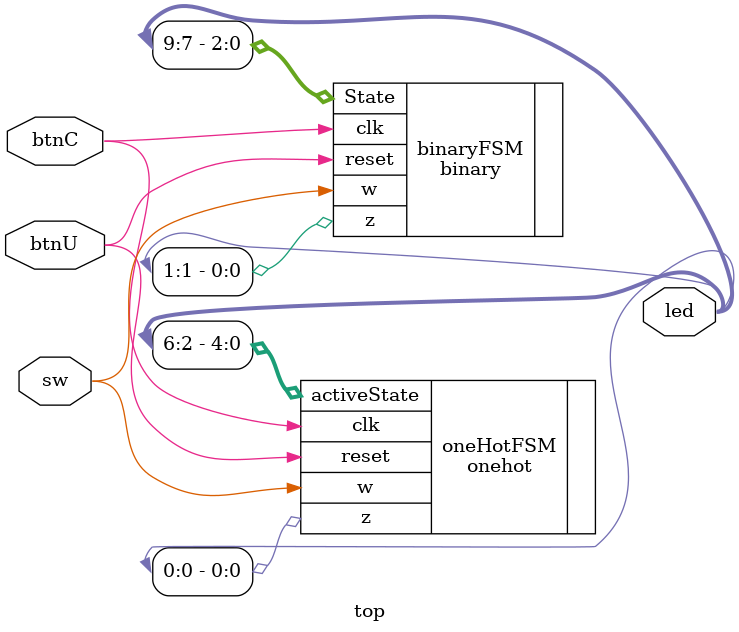
<source format=v>
module top(
    input sw, // control input(w) shared between both FSMs
    input btnC, // clock input
    input btnU, // Asynchronous reset input
    output [9:0] led // 10 bit output vector mapped to LEDs
);
   
    onehot oneHotFSM(
        .w(sw),
        .clk(btnC),
        .reset(btnU),
        .z(led[0]),
        .activeState(led[6:2]) // Active state bits from onehot FSM(5 bit one hot state)
    );
   
    binary binaryFSM(
        .w(sw),
        .clk(btnC),
        .reset(btnU),
        .z(led[1]),
        .State(led[9:7]) // State bits from binary FSM
    );
endmodule

</source>
